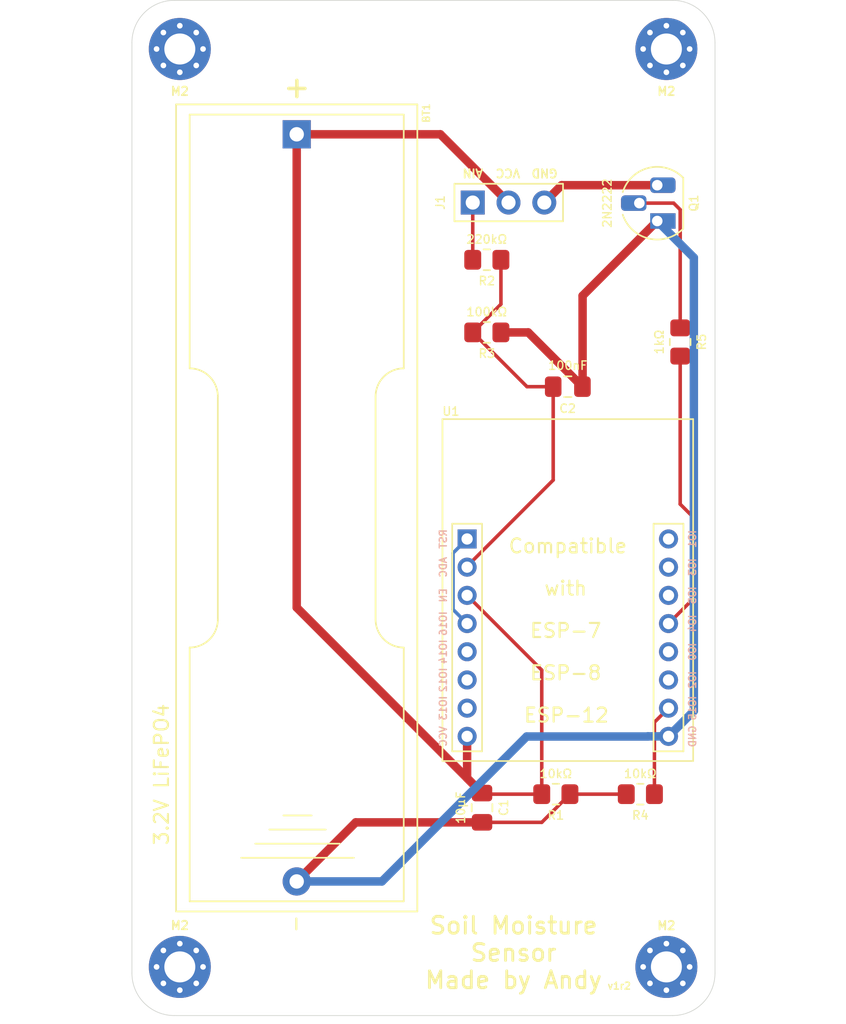
<source format=kicad_pcb>
(kicad_pcb (version 20171130) (host pcbnew "(5.1.9)-1")

  (general
    (thickness 1.6)
    (drawings 14)
    (tracks 54)
    (zones 0)
    (modules 15)
    (nets 10)
  )

  (page A4)
  (layers
    (0 F.Cu signal)
    (31 B.Cu signal)
    (32 B.Adhes user)
    (33 F.Adhes user)
    (34 B.Paste user)
    (35 F.Paste user)
    (36 B.SilkS user)
    (37 F.SilkS user)
    (38 B.Mask user)
    (39 F.Mask user)
    (40 Dwgs.User user)
    (41 Cmts.User user)
    (42 Eco1.User user)
    (43 Eco2.User user)
    (44 Edge.Cuts user)
    (45 Margin user)
    (46 B.CrtYd user)
    (47 F.CrtYd user)
    (48 B.Fab user)
    (49 F.Fab user)
  )

  (setup
    (last_trace_width 0.25)
    (user_trace_width 0.6)
    (trace_clearance 0.2)
    (zone_clearance 0.508)
    (zone_45_only no)
    (trace_min 0.2)
    (via_size 0.8)
    (via_drill 0.4)
    (via_min_size 0.4)
    (via_min_drill 0.3)
    (uvia_size 0.3)
    (uvia_drill 0.1)
    (uvias_allowed no)
    (uvia_min_size 0.2)
    (uvia_min_drill 0.1)
    (edge_width 0.05)
    (segment_width 0.2)
    (pcb_text_width 0.3)
    (pcb_text_size 1.5 1.5)
    (mod_edge_width 0.12)
    (mod_text_size 1 1)
    (mod_text_width 0.15)
    (pad_size 1.2 1.4)
    (pad_drill 0)
    (pad_to_mask_clearance 0)
    (aux_axis_origin 0 0)
    (visible_elements 7FFFFFFF)
    (pcbplotparams
      (layerselection 0x010fc_ffffffff)
      (usegerberextensions true)
      (usegerberattributes false)
      (usegerberadvancedattributes false)
      (creategerberjobfile false)
      (excludeedgelayer true)
      (linewidth 0.100000)
      (plotframeref false)
      (viasonmask false)
      (mode 1)
      (useauxorigin false)
      (hpglpennumber 1)
      (hpglpenspeed 20)
      (hpglpendiameter 15.000000)
      (psnegative false)
      (psa4output false)
      (plotreference true)
      (plotvalue true)
      (plotinvisibletext false)
      (padsonsilk true)
      (subtractmaskfromsilk false)
      (outputformat 1)
      (mirror false)
      (drillshape 0)
      (scaleselection 1)
      (outputdirectory "GerberFiles/"))
  )

  (net 0 "")
  (net 1 "Net-(U1-Pad1)")
  (net 2 /+3.2V)
  (net 3 /GND)
  (net 4 /SNSR-TRIG)
  (net 5 /SIG-1V)
  (net 6 /SIG-3V3)
  (net 7 /ESP-BOOT)
  (net 8 "Net-(R5-Pad1)")
  (net 9 "Net-(Q1-Pad2)")

  (net_class Default "This is the default net class."
    (clearance 0.2)
    (trace_width 0.25)
    (via_dia 0.8)
    (via_drill 0.4)
    (uvia_dia 0.3)
    (uvia_drill 0.1)
    (add_net /+3.2V)
    (add_net /ESP-BOOT)
    (add_net /GND)
    (add_net /SIG-1V)
    (add_net /SIG-3V3)
    (add_net /SNSR-TRIG)
    (add_net "Net-(Q1-Pad2)")
    (add_net "Net-(R5-Pad1)")
    (add_net "Net-(U1-Pad1)")
  )

  (module Capacitor_SMD:C_0805_2012Metric_Pad1.18x1.45mm_HandSolder (layer F.Cu) (tedit 5F68FEEF) (tstamp 60A16843)
    (at 158.46 137.26 270)
    (descr "Capacitor SMD 0805 (2012 Metric), square (rectangular) end terminal, IPC_7351 nominal with elongated pad for handsoldering. (Body size source: IPC-SM-782 page 76, https://www.pcb-3d.com/wordpress/wp-content/uploads/ipc-sm-782a_amendment_1_and_2.pdf, https://docs.google.com/spreadsheets/d/1BsfQQcO9C6DZCsRaXUlFlo91Tg2WpOkGARC1WS5S8t0/edit?usp=sharing), generated with kicad-footprint-generator")
    (tags "capacitor handsolder")
    (path /609866EB)
    (attr smd)
    (fp_text reference C1 (at 0 -1.54 90) (layer F.SilkS)
      (effects (font (size 0.6 0.6) (thickness 0.1)))
    )
    (fp_text value 10µF (at 0 1.51 90) (layer F.SilkS)
      (effects (font (size 0.6 0.6) (thickness 0.1)))
    )
    (fp_line (start -1 0.625) (end -1 -0.625) (layer F.Fab) (width 0.1))
    (fp_line (start -1 -0.625) (end 1 -0.625) (layer F.Fab) (width 0.1))
    (fp_line (start 1 -0.625) (end 1 0.625) (layer F.Fab) (width 0.1))
    (fp_line (start 1 0.625) (end -1 0.625) (layer F.Fab) (width 0.1))
    (fp_line (start -0.261252 -0.735) (end 0.261252 -0.735) (layer F.SilkS) (width 0.12))
    (fp_line (start -0.261252 0.735) (end 0.261252 0.735) (layer F.SilkS) (width 0.12))
    (fp_line (start -1.88 0.98) (end -1.88 -0.98) (layer F.CrtYd) (width 0.05))
    (fp_line (start -1.88 -0.98) (end 1.88 -0.98) (layer F.CrtYd) (width 0.05))
    (fp_line (start 1.88 -0.98) (end 1.88 0.98) (layer F.CrtYd) (width 0.05))
    (fp_line (start 1.88 0.98) (end -1.88 0.98) (layer F.CrtYd) (width 0.05))
    (fp_text user %R (at 0 0 90) (layer F.Fab)
      (effects (font (size 0.5 0.5) (thickness 0.08)))
    )
    (pad 1 smd roundrect (at -1.0375 0 270) (size 1.175 1.45) (layers F.Cu F.Paste F.Mask) (roundrect_rratio 0.2127659574468085)
      (net 2 /+3.2V))
    (pad 2 smd roundrect (at 1.0375 0 270) (size 1.175 1.45) (layers F.Cu F.Paste F.Mask) (roundrect_rratio 0.2127659574468085)
      (net 3 /GND))
    (model ${KISYS3DMOD}/Capacitor_SMD.3dshapes/C_0805_2012Metric.wrl
      (at (xyz 0 0 0))
      (scale (xyz 1 1 1))
      (rotate (xyz 0 0 0))
    )
  )

  (module Capacitor_SMD:C_0805_2012Metric_Pad1.18x1.45mm_HandSolder (layer F.Cu) (tedit 5F68FEEF) (tstamp 60A0F9D1)
    (at 164.55 107.4)
    (descr "Capacitor SMD 0805 (2012 Metric), square (rectangular) end terminal, IPC_7351 nominal with elongated pad for handsoldering. (Body size source: IPC-SM-782 page 76, https://www.pcb-3d.com/wordpress/wp-content/uploads/ipc-sm-782a_amendment_1_and_2.pdf, https://docs.google.com/spreadsheets/d/1BsfQQcO9C6DZCsRaXUlFlo91Tg2WpOkGARC1WS5S8t0/edit?usp=sharing), generated with kicad-footprint-generator")
    (tags "capacitor handsolder")
    (path /60986418)
    (attr smd)
    (fp_text reference C2 (at -0.0125 1.55) (layer F.SilkS)
      (effects (font (size 0.6 0.6) (thickness 0.1)))
    )
    (fp_text value 100nF (at 0 -1.5) (layer F.SilkS)
      (effects (font (size 0.6 0.6) (thickness 0.1)))
    )
    (fp_line (start 1.88 0.98) (end -1.88 0.98) (layer F.CrtYd) (width 0.05))
    (fp_line (start 1.88 -0.98) (end 1.88 0.98) (layer F.CrtYd) (width 0.05))
    (fp_line (start -1.88 -0.98) (end 1.88 -0.98) (layer F.CrtYd) (width 0.05))
    (fp_line (start -1.88 0.98) (end -1.88 -0.98) (layer F.CrtYd) (width 0.05))
    (fp_line (start -0.261252 0.735) (end 0.261252 0.735) (layer F.SilkS) (width 0.12))
    (fp_line (start -0.261252 -0.735) (end 0.261252 -0.735) (layer F.SilkS) (width 0.12))
    (fp_line (start 1 0.625) (end -1 0.625) (layer F.Fab) (width 0.1))
    (fp_line (start 1 -0.625) (end 1 0.625) (layer F.Fab) (width 0.1))
    (fp_line (start -1 -0.625) (end 1 -0.625) (layer F.Fab) (width 0.1))
    (fp_line (start -1 0.625) (end -1 -0.625) (layer F.Fab) (width 0.1))
    (fp_text user %R (at 0 0) (layer F.Fab)
      (effects (font (size 0.5 0.5) (thickness 0.08)))
    )
    (pad 2 smd roundrect (at 1.0375 0) (size 1.175 1.45) (layers F.Cu F.Paste F.Mask) (roundrect_rratio 0.2127659574468085)
      (net 3 /GND))
    (pad 1 smd roundrect (at -1.0375 0) (size 1.175 1.45) (layers F.Cu F.Paste F.Mask) (roundrect_rratio 0.2127659574468085)
      (net 5 /SIG-1V))
    (model ${KISYS3DMOD}/Capacitor_SMD.3dshapes/C_0805_2012Metric.wrl
      (at (xyz 0 0 0))
      (scale (xyz 1 1 1))
      (rotate (xyz 0 0 0))
    )
  )

  (module Package_TO_SOT_THT:TO-92_HandSolder (layer F.Cu) (tedit 5A282C46) (tstamp 60A0F8FD)
    (at 170.9 95.65 90)
    (descr "TO-92 leads molded, narrow, drill 0.75mm, handsoldering variant with enlarged pads (see NXP sot054_po.pdf)")
    (tags "to-92 sc-43 sc-43a sot54 PA33 transistor")
    (path /6098828C)
    (fp_text reference Q1 (at 1.27 2.6 90) (layer F.SilkS)
      (effects (font (size 0.6 0.6) (thickness 0.1)))
    )
    (fp_text value 2N2222 (at 1.27 -3.55 90) (layer F.SilkS)
      (effects (font (size 0.6 0.6) (thickness 0.1)))
    )
    (fp_line (start 4 2.01) (end -1.46 2.01) (layer F.CrtYd) (width 0.05))
    (fp_line (start 4 2.01) (end 4 -3.05) (layer F.CrtYd) (width 0.05))
    (fp_line (start -1.46 -3.05) (end -1.46 2.01) (layer F.CrtYd) (width 0.05))
    (fp_line (start -1.46 -3.05) (end 4 -3.05) (layer F.CrtYd) (width 0.05))
    (fp_line (start -0.5 1.75) (end 3 1.75) (layer F.Fab) (width 0.1))
    (fp_line (start -0.53 1.85) (end 3.07 1.85) (layer F.SilkS) (width 0.12))
    (fp_arc (start 1.27 0) (end 2.05 -2.45) (angle 117.6433766) (layer F.SilkS) (width 0.12))
    (fp_arc (start 1.27 0) (end 1.27 -2.48) (angle -135) (layer F.Fab) (width 0.1))
    (fp_arc (start 1.27 0) (end 0.45 -2.45) (angle -116.9632683) (layer F.SilkS) (width 0.12))
    (fp_arc (start 1.27 0) (end 1.27 -2.48) (angle 135) (layer F.Fab) (width 0.1))
    (fp_text user %R (at 1.27 0 90) (layer F.Fab)
      (effects (font (size 1 1) (thickness 0.15)))
    )
    (pad 1 thru_hole rect (at 0 0 90) (size 1.1 1.8) (drill 0.75 (offset 0 0.4)) (layers *.Cu *.Mask)
      (net 3 /GND))
    (pad 3 thru_hole roundrect (at 2.54 0 90) (size 1.1 1.8) (drill 0.75 (offset 0 0.4)) (layers *.Cu *.Mask) (roundrect_rratio 0.25)
      (net 4 /SNSR-TRIG))
    (pad 2 thru_hole roundrect (at 1.27 -1.27 90) (size 1.1 1.8) (drill 0.75 (offset 0 -0.4)) (layers *.Cu *.Mask) (roundrect_rratio 0.25)
      (net 9 "Net-(Q1-Pad2)"))
    (model ${KISYS3DMOD}/Package_TO_SOT_THT.3dshapes/TO-92.wrl
      (at (xyz 0 0 0))
      (scale (xyz 1 1 1))
      (rotate (xyz 0 0 0))
    )
  )

  (module Resistor_SMD:R_0805_2012Metric_Pad1.20x1.40mm_HandSolder (layer F.Cu) (tedit 5F68FEEE) (tstamp 60A16873)
    (at 163.7 136.3)
    (descr "Resistor SMD 0805 (2012 Metric), square (rectangular) end terminal, IPC_7351 nominal with elongated pad for handsoldering. (Body size source: IPC-SM-782 page 72, https://www.pcb-3d.com/wordpress/wp-content/uploads/ipc-sm-782a_amendment_1_and_2.pdf), generated with kicad-footprint-generator")
    (tags "resistor handsolder")
    (path /6098A056)
    (attr smd)
    (fp_text reference R1 (at 0 1.5) (layer F.SilkS)
      (effects (font (size 0.6 0.6) (thickness 0.1)))
    )
    (fp_text value 10kΩ (at 0 -1.45) (layer F.SilkS)
      (effects (font (size 0.6 0.6) (thickness 0.1)))
    )
    (fp_line (start -1 0.625) (end -1 -0.625) (layer F.Fab) (width 0.1))
    (fp_line (start -1 -0.625) (end 1 -0.625) (layer F.Fab) (width 0.1))
    (fp_line (start 1 -0.625) (end 1 0.625) (layer F.Fab) (width 0.1))
    (fp_line (start 1 0.625) (end -1 0.625) (layer F.Fab) (width 0.1))
    (fp_line (start -0.227064 -0.735) (end 0.227064 -0.735) (layer F.SilkS) (width 0.12))
    (fp_line (start -0.227064 0.735) (end 0.227064 0.735) (layer F.SilkS) (width 0.12))
    (fp_line (start -1.85 0.95) (end -1.85 -0.95) (layer F.CrtYd) (width 0.05))
    (fp_line (start -1.85 -0.95) (end 1.85 -0.95) (layer F.CrtYd) (width 0.05))
    (fp_line (start 1.85 -0.95) (end 1.85 0.95) (layer F.CrtYd) (width 0.05))
    (fp_line (start 1.85 0.95) (end -1.85 0.95) (layer F.CrtYd) (width 0.05))
    (fp_text user %R (at 0 0) (layer F.Fab)
      (effects (font (size 0.5 0.5) (thickness 0.08)))
    )
    (pad 1 smd roundrect (at -1 0) (size 1.2 1.4) (layers F.Cu F.Paste F.Mask) (roundrect_rratio 0.2083325)
      (net 2 /+3.2V))
    (pad 2 smd roundrect (at 1 0) (size 1.2 1.4) (layers F.Cu F.Paste F.Mask) (roundrect_rratio 0.2083325)
      (net 3 /GND))
    (model ${KISYS3DMOD}/Resistor_SMD.3dshapes/R_0805_2012Metric.wrl
      (at (xyz 0 0 0))
      (scale (xyz 1 1 1))
      (rotate (xyz 0 0 0))
    )
  )

  (module Resistor_SMD:R_0805_2012Metric_Pad1.20x1.40mm_HandSolder (layer F.Cu) (tedit 5F68FEEE) (tstamp 60A0F971)
    (at 158.8 98.4)
    (descr "Resistor SMD 0805 (2012 Metric), square (rectangular) end terminal, IPC_7351 nominal with elongated pad for handsoldering. (Body size source: IPC-SM-782 page 72, https://www.pcb-3d.com/wordpress/wp-content/uploads/ipc-sm-782a_amendment_1_and_2.pdf), generated with kicad-footprint-generator")
    (tags "resistor handsolder")
    (path /609848F0)
    (attr smd)
    (fp_text reference R2 (at 0 1.5) (layer F.SilkS)
      (effects (font (size 0.6 0.6) (thickness 0.1)))
    )
    (fp_text value 220kΩ (at 0 -1.45) (layer F.SilkS)
      (effects (font (size 0.6 0.6) (thickness 0.1)))
    )
    (fp_line (start 1.85 0.95) (end -1.85 0.95) (layer F.CrtYd) (width 0.05))
    (fp_line (start 1.85 -0.95) (end 1.85 0.95) (layer F.CrtYd) (width 0.05))
    (fp_line (start -1.85 -0.95) (end 1.85 -0.95) (layer F.CrtYd) (width 0.05))
    (fp_line (start -1.85 0.95) (end -1.85 -0.95) (layer F.CrtYd) (width 0.05))
    (fp_line (start -0.227064 0.735) (end 0.227064 0.735) (layer F.SilkS) (width 0.12))
    (fp_line (start -0.227064 -0.735) (end 0.227064 -0.735) (layer F.SilkS) (width 0.12))
    (fp_line (start 1 0.625) (end -1 0.625) (layer F.Fab) (width 0.1))
    (fp_line (start 1 -0.625) (end 1 0.625) (layer F.Fab) (width 0.1))
    (fp_line (start -1 -0.625) (end 1 -0.625) (layer F.Fab) (width 0.1))
    (fp_line (start -1 0.625) (end -1 -0.625) (layer F.Fab) (width 0.1))
    (fp_text user %R (at 0 0) (layer F.Fab)
      (effects (font (size 0.5 0.5) (thickness 0.08)))
    )
    (pad 2 smd roundrect (at 1 0) (size 1.2 1.4) (layers F.Cu F.Paste F.Mask) (roundrect_rratio 0.2083325)
      (net 5 /SIG-1V))
    (pad 1 smd roundrect (at -1 0) (size 1.2 1.4) (layers F.Cu F.Paste F.Mask) (roundrect_rratio 0.2083325)
      (net 6 /SIG-3V3))
    (model ${KISYS3DMOD}/Resistor_SMD.3dshapes/R_0805_2012Metric.wrl
      (at (xyz 0 0 0))
      (scale (xyz 1 1 1))
      (rotate (xyz 0 0 0))
    )
  )

  (module Resistor_SMD:R_0805_2012Metric_Pad1.20x1.40mm_HandSolder (layer F.Cu) (tedit 5F68FEEE) (tstamp 60BD2965)
    (at 158.8 103.55)
    (descr "Resistor SMD 0805 (2012 Metric), square (rectangular) end terminal, IPC_7351 nominal with elongated pad for handsoldering. (Body size source: IPC-SM-782 page 72, https://www.pcb-3d.com/wordpress/wp-content/uploads/ipc-sm-782a_amendment_1_and_2.pdf), generated with kicad-footprint-generator")
    (tags "resistor handsolder")
    (path /60984CF9)
    (attr smd)
    (fp_text reference R3 (at 0 1.5) (layer F.SilkS)
      (effects (font (size 0.6 0.6) (thickness 0.1)))
    )
    (fp_text value 100kΩ (at 0 -1.45) (layer F.SilkS)
      (effects (font (size 0.6 0.6) (thickness 0.1)))
    )
    (fp_line (start 1.85 0.95) (end -1.85 0.95) (layer F.CrtYd) (width 0.05))
    (fp_line (start 1.85 -0.95) (end 1.85 0.95) (layer F.CrtYd) (width 0.05))
    (fp_line (start -1.85 -0.95) (end 1.85 -0.95) (layer F.CrtYd) (width 0.05))
    (fp_line (start -1.85 0.95) (end -1.85 -0.95) (layer F.CrtYd) (width 0.05))
    (fp_line (start -0.227064 0.735) (end 0.227064 0.735) (layer F.SilkS) (width 0.12))
    (fp_line (start -0.227064 -0.735) (end 0.227064 -0.735) (layer F.SilkS) (width 0.12))
    (fp_line (start 1 0.625) (end -1 0.625) (layer F.Fab) (width 0.1))
    (fp_line (start 1 -0.625) (end 1 0.625) (layer F.Fab) (width 0.1))
    (fp_line (start -1 -0.625) (end 1 -0.625) (layer F.Fab) (width 0.1))
    (fp_line (start -1 0.625) (end -1 -0.625) (layer F.Fab) (width 0.1))
    (fp_text user %R (at 0 0) (layer F.Fab)
      (effects (font (size 0.5 0.5) (thickness 0.08)))
    )
    (pad 2 smd roundrect (at 1 0) (size 1.2 1.4) (layers F.Cu F.Paste F.Mask) (roundrect_rratio 0.2083325)
      (net 3 /GND))
    (pad 1 smd roundrect (at -1 0) (size 1.2 1.4) (layers F.Cu F.Paste F.Mask) (roundrect_rratio 0.2083325)
      (net 5 /SIG-1V))
    (model ${KISYS3DMOD}/Resistor_SMD.3dshapes/R_0805_2012Metric.wrl
      (at (xyz 0 0 0))
      (scale (xyz 1 1 1))
      (rotate (xyz 0 0 0))
    )
  )

  (module Resistor_SMD:R_0805_2012Metric_Pad1.20x1.40mm_HandSolder (layer F.Cu) (tedit 5F68FEEE) (tstamp 60A16813)
    (at 169.7 136.3 180)
    (descr "Resistor SMD 0805 (2012 Metric), square (rectangular) end terminal, IPC_7351 nominal with elongated pad for handsoldering. (Body size source: IPC-SM-782 page 72, https://www.pcb-3d.com/wordpress/wp-content/uploads/ipc-sm-782a_amendment_1_and_2.pdf), generated with kicad-footprint-generator")
    (tags "resistor handsolder")
    (path /6098A5D2)
    (attr smd)
    (fp_text reference R4 (at 0 -1.5) (layer F.SilkS)
      (effects (font (size 0.6 0.6) (thickness 0.1)))
    )
    (fp_text value 10kΩ (at 0 1.45) (layer F.SilkS)
      (effects (font (size 0.6 0.6) (thickness 0.1)))
    )
    (fp_line (start -1 0.625) (end -1 -0.625) (layer F.Fab) (width 0.1))
    (fp_line (start -1 -0.625) (end 1 -0.625) (layer F.Fab) (width 0.1))
    (fp_line (start 1 -0.625) (end 1 0.625) (layer F.Fab) (width 0.1))
    (fp_line (start 1 0.625) (end -1 0.625) (layer F.Fab) (width 0.1))
    (fp_line (start -0.227064 -0.735) (end 0.227064 -0.735) (layer F.SilkS) (width 0.12))
    (fp_line (start -0.227064 0.735) (end 0.227064 0.735) (layer F.SilkS) (width 0.12))
    (fp_line (start -1.85 0.95) (end -1.85 -0.95) (layer F.CrtYd) (width 0.05))
    (fp_line (start -1.85 -0.95) (end 1.85 -0.95) (layer F.CrtYd) (width 0.05))
    (fp_line (start 1.85 -0.95) (end 1.85 0.95) (layer F.CrtYd) (width 0.05))
    (fp_line (start 1.85 0.95) (end -1.85 0.95) (layer F.CrtYd) (width 0.05))
    (fp_text user %R (at 0 0) (layer F.Fab)
      (effects (font (size 0.5 0.5) (thickness 0.08)))
    )
    (pad 1 smd roundrect (at -1 0 180) (size 1.2 1.4) (layers F.Cu F.Paste F.Mask) (roundrect_rratio 0.2083325)
      (net 7 /ESP-BOOT))
    (pad 2 smd roundrect (at 1 0 180) (size 1.2 1.4) (layers F.Cu F.Paste F.Mask) (roundrect_rratio 0.2083325)
      (net 3 /GND))
    (model ${KISYS3DMOD}/Resistor_SMD.3dshapes/R_0805_2012Metric.wrl
      (at (xyz 0 0 0))
      (scale (xyz 1 1 1))
      (rotate (xyz 0 0 0))
    )
  )

  (module Resistor_SMD:R_0805_2012Metric_Pad1.20x1.40mm_HandSolder (layer F.Cu) (tedit 5F68FEEE) (tstamp 60A15AE9)
    (at 172.53 104.23 90)
    (descr "Resistor SMD 0805 (2012 Metric), square (rectangular) end terminal, IPC_7351 nominal with elongated pad for handsoldering. (Body size source: IPC-SM-782 page 72, https://www.pcb-3d.com/wordpress/wp-content/uploads/ipc-sm-782a_amendment_1_and_2.pdf), generated with kicad-footprint-generator")
    (tags "resistor handsolder")
    (path /609843F5)
    (attr smd)
    (fp_text reference R5 (at 0 1.52 90) (layer F.SilkS)
      (effects (font (size 0.6 0.6) (thickness 0.1)))
    )
    (fp_text value 1kΩ (at 0 -1.48 90) (layer F.SilkS)
      (effects (font (size 0.6 0.6) (thickness 0.1)))
    )
    (fp_line (start 1.85 0.95) (end -1.85 0.95) (layer F.CrtYd) (width 0.05))
    (fp_line (start 1.85 -0.95) (end 1.85 0.95) (layer F.CrtYd) (width 0.05))
    (fp_line (start -1.85 -0.95) (end 1.85 -0.95) (layer F.CrtYd) (width 0.05))
    (fp_line (start -1.85 0.95) (end -1.85 -0.95) (layer F.CrtYd) (width 0.05))
    (fp_line (start -0.227064 0.735) (end 0.227064 0.735) (layer F.SilkS) (width 0.12))
    (fp_line (start -0.227064 -0.735) (end 0.227064 -0.735) (layer F.SilkS) (width 0.12))
    (fp_line (start 1 0.625) (end -1 0.625) (layer F.Fab) (width 0.1))
    (fp_line (start 1 -0.625) (end 1 0.625) (layer F.Fab) (width 0.1))
    (fp_line (start -1 -0.625) (end 1 -0.625) (layer F.Fab) (width 0.1))
    (fp_line (start -1 0.625) (end -1 -0.625) (layer F.Fab) (width 0.1))
    (fp_text user %R (at 0 0 90) (layer F.Fab)
      (effects (font (size 0.5 0.5) (thickness 0.08)))
    )
    (pad 2 smd roundrect (at 1 0 90) (size 1.2 1.4) (layers F.Cu F.Paste F.Mask) (roundrect_rratio 0.2083325)
      (net 9 "Net-(Q1-Pad2)"))
    (pad 1 smd roundrect (at -1 0 90) (size 1.2 1.4) (layers F.Cu F.Paste F.Mask) (roundrect_rratio 0.2083325)
      (net 8 "Net-(R5-Pad1)"))
    (model ${KISYS3DMOD}/Resistor_SMD.3dshapes/R_0805_2012Metric.wrl
      (at (xyz 0 0 0))
      (scale (xyz 1 1 1))
      (rotate (xyz 0 0 0))
    )
  )

  (module Andys-Footprints:PinHeader_1x03_P2.54mm_Vertical-Fixed-SilkScreen (layer F.Cu) (tedit 60A102A5) (tstamp 60BD2F2B)
    (at 157.8 94.34 90)
    (descr "Through hole straight pin header, 1x03, 2.54mm pitch, single row")
    (tags "Through hole pin header THT 1x03 2.54mm single row")
    (path /6098927A)
    (fp_text reference J1 (at 0 -2.3 90) (layer F.SilkS)
      (effects (font (size 0.6 0.6) (thickness 0.1)))
    )
    (fp_text value Conn_01x03_Male (at 0 7.41 90) (layer F.Fab)
      (effects (font (size 1 1) (thickness 0.15)))
    )
    (fp_line (start -0.635 -1.27) (end 1.27 -1.27) (layer F.Fab) (width 0.1))
    (fp_line (start 1.27 -1.27) (end 1.27 6.35) (layer F.Fab) (width 0.1))
    (fp_line (start 1.27 6.35) (end -1.27 6.35) (layer F.Fab) (width 0.1))
    (fp_line (start -1.27 6.35) (end -1.27 -0.635) (layer F.Fab) (width 0.1))
    (fp_line (start -1.27 -0.635) (end -0.635 -1.27) (layer F.Fab) (width 0.1))
    (fp_line (start -1.33 6.41) (end 1.33 6.41) (layer F.SilkS) (width 0.12))
    (fp_line (start -1.33 -1.3) (end -1.33 6.41) (layer F.SilkS) (width 0.12))
    (fp_line (start 1.33 -1.3) (end 1.33 6.41) (layer F.SilkS) (width 0.12))
    (fp_line (start -1.33 -1.3) (end 1.33 -1.3) (layer F.SilkS) (width 0.12))
    (fp_line (start -1.8 -1.8) (end -1.8 6.85) (layer F.CrtYd) (width 0.05))
    (fp_line (start -1.8 6.85) (end 1.8 6.85) (layer F.CrtYd) (width 0.05))
    (fp_line (start 1.8 6.85) (end 1.8 -1.8) (layer F.CrtYd) (width 0.05))
    (fp_line (start 1.8 -1.8) (end -1.8 -1.8) (layer F.CrtYd) (width 0.05))
    (fp_text user %R (at 0 2.54) (layer F.Fab)
      (effects (font (size 1 1) (thickness 0.15)))
    )
    (pad 3 thru_hole oval (at 0 5.08 90) (size 1.7 1.7) (drill 1) (layers *.Cu *.Mask)
      (net 4 /SNSR-TRIG))
    (pad 2 thru_hole oval (at 0 2.54 90) (size 1.7 1.7) (drill 1) (layers *.Cu *.Mask)
      (net 2 /+3.2V))
    (pad 1 thru_hole rect (at 0 0 90) (size 1.7 1.7) (drill 1) (layers *.Cu *.Mask)
      (net 6 /SIG-3V3))
    (model ${KISYS3DMOD}/Connector_PinHeader_2.54mm.3dshapes/PinHeader_1x03_P2.54mm_Vertical.wrl
      (at (xyz 0 0 0))
      (scale (xyz 1 1 1))
      (rotate (xyz 0 0 0))
    )
  )

  (module MountingHole:MountingHole_2.2mm_M2_Pad_Via (layer F.Cu) (tedit 56DDB9C7) (tstamp 60A17B7A)
    (at 171.55 83.45)
    (descr "Mounting Hole 2.2mm, M2")
    (tags "mounting hole 2.2mm m2")
    (attr virtual)
    (fp_text reference M2 (at 0 3) (layer F.SilkS)
      (effects (font (size 0.6 0.6) (thickness 0.125)))
    )
    (fp_text value MountingHole_2.2mm_M2_Pad_Via (at 0 3.2) (layer F.Fab)
      (effects (font (size 1 1) (thickness 0.15)))
    )
    (fp_circle (center 0 0) (end 2.45 0) (layer F.CrtYd) (width 0.05))
    (fp_circle (center 0 0) (end 2.2 0) (layer Cmts.User) (width 0.15))
    (fp_text user %R (at 0.3 0) (layer F.Fab)
      (effects (font (size 1 1) (thickness 0.15)))
    )
    (pad 1 thru_hole circle (at 1.166726 -1.166726) (size 0.7 0.7) (drill 0.4) (layers *.Cu *.Mask))
    (pad 1 thru_hole circle (at 0 -1.65) (size 0.7 0.7) (drill 0.4) (layers *.Cu *.Mask))
    (pad 1 thru_hole circle (at -1.166726 -1.166726) (size 0.7 0.7) (drill 0.4) (layers *.Cu *.Mask))
    (pad 1 thru_hole circle (at -1.65 0) (size 0.7 0.7) (drill 0.4) (layers *.Cu *.Mask))
    (pad 1 thru_hole circle (at -1.166726 1.166726) (size 0.7 0.7) (drill 0.4) (layers *.Cu *.Mask))
    (pad 1 thru_hole circle (at 0 1.65) (size 0.7 0.7) (drill 0.4) (layers *.Cu *.Mask))
    (pad 1 thru_hole circle (at 1.166726 1.166726) (size 0.7 0.7) (drill 0.4) (layers *.Cu *.Mask))
    (pad 1 thru_hole circle (at 1.65 0) (size 0.7 0.7) (drill 0.4) (layers *.Cu *.Mask))
    (pad 1 thru_hole circle (at 0 0) (size 4.4 4.4) (drill 2.2) (layers *.Cu *.Mask))
  )

  (module MountingHole:MountingHole_2.2mm_M2_Pad_Via (layer F.Cu) (tedit 56DDB9C7) (tstamp 60A177C6)
    (at 171.55 148.55)
    (descr "Mounting Hole 2.2mm, M2")
    (tags "mounting hole 2.2mm m2")
    (attr virtual)
    (fp_text reference M2 (at 0 -2.93) (layer F.SilkS)
      (effects (font (size 0.6 0.6) (thickness 0.125)))
    )
    (fp_text value MountingHole_2.2mm_M2_Pad_Via (at 0 3.2) (layer F.Fab)
      (effects (font (size 1 1) (thickness 0.15)))
    )
    (fp_circle (center 0 0) (end 2.45 0) (layer F.CrtYd) (width 0.05))
    (fp_circle (center 0 0) (end 2.2 0) (layer Cmts.User) (width 0.15))
    (fp_text user %R (at 0.3 0) (layer F.Fab)
      (effects (font (size 1 1) (thickness 0.15)))
    )
    (pad 1 thru_hole circle (at 1.166726 -1.166726) (size 0.7 0.7) (drill 0.4) (layers *.Cu *.Mask))
    (pad 1 thru_hole circle (at 0 -1.65) (size 0.7 0.7) (drill 0.4) (layers *.Cu *.Mask))
    (pad 1 thru_hole circle (at -1.166726 -1.166726) (size 0.7 0.7) (drill 0.4) (layers *.Cu *.Mask))
    (pad 1 thru_hole circle (at -1.65 0) (size 0.7 0.7) (drill 0.4) (layers *.Cu *.Mask))
    (pad 1 thru_hole circle (at -1.166726 1.166726) (size 0.7 0.7) (drill 0.4) (layers *.Cu *.Mask))
    (pad 1 thru_hole circle (at 0 1.65) (size 0.7 0.7) (drill 0.4) (layers *.Cu *.Mask))
    (pad 1 thru_hole circle (at 1.166726 1.166726) (size 0.7 0.7) (drill 0.4) (layers *.Cu *.Mask))
    (pad 1 thru_hole circle (at 1.65 0) (size 0.7 0.7) (drill 0.4) (layers *.Cu *.Mask))
    (pad 1 thru_hole circle (at 0 0) (size 4.4 4.4) (drill 2.2) (layers *.Cu *.Mask))
  )

  (module MountingHole:MountingHole_2.2mm_M2_Pad_Via (layer F.Cu) (tedit 56DDB9C7) (tstamp 60A19C90)
    (at 137 83.45)
    (descr "Mounting Hole 2.2mm, M2")
    (tags "mounting hole 2.2mm m2")
    (attr virtual)
    (fp_text reference M2 (at 0 3) (layer F.SilkS)
      (effects (font (size 0.6 0.6) (thickness 0.125)))
    )
    (fp_text value MountingHole_2.2mm_M2_Pad_Via (at 0 3.2) (layer F.Fab)
      (effects (font (size 1 1) (thickness 0.15)))
    )
    (fp_circle (center 0 0) (end 2.45 0) (layer F.CrtYd) (width 0.05))
    (fp_circle (center 0 0) (end 2.2 0) (layer Cmts.User) (width 0.15))
    (fp_text user %R (at 0.3 0) (layer F.Fab)
      (effects (font (size 1 1) (thickness 0.15)))
    )
    (pad 1 thru_hole circle (at 0 0) (size 4.4 4.4) (drill 2.2) (layers *.Cu *.Mask))
    (pad 1 thru_hole circle (at 1.65 0) (size 0.7 0.7) (drill 0.4) (layers *.Cu *.Mask))
    (pad 1 thru_hole circle (at 1.166726 1.166726) (size 0.7 0.7) (drill 0.4) (layers *.Cu *.Mask))
    (pad 1 thru_hole circle (at 0 1.65) (size 0.7 0.7) (drill 0.4) (layers *.Cu *.Mask))
    (pad 1 thru_hole circle (at -1.166726 1.166726) (size 0.7 0.7) (drill 0.4) (layers *.Cu *.Mask))
    (pad 1 thru_hole circle (at -1.65 0) (size 0.7 0.7) (drill 0.4) (layers *.Cu *.Mask))
    (pad 1 thru_hole circle (at -1.166726 -1.166726) (size 0.7 0.7) (drill 0.4) (layers *.Cu *.Mask))
    (pad 1 thru_hole circle (at 0 -1.65) (size 0.7 0.7) (drill 0.4) (layers *.Cu *.Mask))
    (pad 1 thru_hole circle (at 1.166726 -1.166726) (size 0.7 0.7) (drill 0.4) (layers *.Cu *.Mask))
  )

  (module MountingHole:MountingHole_2.2mm_M2_Pad_Via (layer F.Cu) (tedit 56DDB9C7) (tstamp 60A19A40)
    (at 137 148.55)
    (descr "Mounting Hole 2.2mm, M2")
    (tags "mounting hole 2.2mm m2")
    (attr virtual)
    (fp_text reference M2 (at 0 -2.94) (layer F.SilkS)
      (effects (font (size 0.6 0.6) (thickness 0.125)))
    )
    (fp_text value MountingHole_2.2mm_M2_Pad_Via (at 0 3.2) (layer F.Fab)
      (effects (font (size 1 1) (thickness 0.15)))
    )
    (fp_circle (center 0 0) (end 2.45 0) (layer F.CrtYd) (width 0.05))
    (fp_circle (center 0 0) (end 2.2 0) (layer Cmts.User) (width 0.15))
    (fp_text user %R (at 0.3 0) (layer F.Fab)
      (effects (font (size 1 1) (thickness 0.15)))
    )
    (pad 1 thru_hole circle (at 1.166726 -1.166726) (size 0.7 0.7) (drill 0.4) (layers *.Cu *.Mask))
    (pad 1 thru_hole circle (at 0 -1.65) (size 0.7 0.7) (drill 0.4) (layers *.Cu *.Mask))
    (pad 1 thru_hole circle (at -1.166726 -1.166726) (size 0.7 0.7) (drill 0.4) (layers *.Cu *.Mask))
    (pad 1 thru_hole circle (at -1.65 0) (size 0.7 0.7) (drill 0.4) (layers *.Cu *.Mask))
    (pad 1 thru_hole circle (at -1.166726 1.166726) (size 0.7 0.7) (drill 0.4) (layers *.Cu *.Mask))
    (pad 1 thru_hole circle (at 0 1.65) (size 0.7 0.7) (drill 0.4) (layers *.Cu *.Mask))
    (pad 1 thru_hole circle (at 1.166726 1.166726) (size 0.7 0.7) (drill 0.4) (layers *.Cu *.Mask))
    (pad 1 thru_hole circle (at 1.65 0) (size 0.7 0.7) (drill 0.4) (layers *.Cu *.Mask))
    (pad 1 thru_hole circle (at 0 0) (size 4.4 4.4) (drill 2.2) (layers *.Cu *.Mask))
  )

  (module Andys-Footprints:BatteryHolder_Keystone_2460_1xAA-removed-holes (layer F.Cu) (tedit 60BCFA0B) (tstamp 60BD2A8D)
    (at 145.3 90 270)
    (descr https://www.keyelco.com/product-pdf.cfm?p=1025)
    (tags "AA battery cell holder")
    (path /60983485)
    (fp_text reference BT1 (at -2 -9.2 270) (layer F.SilkS)
      (effects (font (size 0.5 0.5) (thickness 0.1)))
    )
    (fp_text value 3.2V (at 24.5 0 270) (layer F.Fab)
      (effects (font (size 1 1) (thickness 0.15)))
    )
    (fp_line (start 54.5 8.445) (end 54.5 -8.445) (layer F.Fab) (width 0.1))
    (fp_line (start -2.5 8.445) (end 54.5 8.445) (layer F.Fab) (width 0.1))
    (fp_line (start -2.5 -8.445) (end -2.5 8.445) (layer F.Fab) (width 0.1))
    (fp_line (start 54.5 -8.445) (end -2.5 -8.445) (layer F.Fab) (width 0.1))
    (fp_line (start -2.75 8.7) (end -2.75 -8.7) (layer F.CrtYd) (width 0.05))
    (fp_line (start -2.75 -8.7) (end 54.75 -8.7) (layer F.CrtYd) (width 0.05))
    (fp_line (start 54.75 -8.7) (end 54.75 8.7) (layer F.CrtYd) (width 0.05))
    (fp_line (start 54.75 8.7) (end -2.75 8.7) (layer F.CrtYd) (width 0.05))
    (fp_line (start 48.81 -2.06) (end 48.81 1.94) (layer F.SilkS) (width 0.12))
    (fp_line (start 49.81 2.94) (end 49.81 -3.06) (layer F.SilkS) (width 0.12))
    (fp_line (start 50.81 -4.06) (end 50.81 3.94) (layer F.SilkS) (width 0.12))
    (fp_line (start 47.81 -1.06) (end 47.81 0.94) (layer F.SilkS) (width 0.12))
    (fp_line (start 54.62 -8.565) (end 54.62 8.565) (layer F.SilkS) (width 0.12))
    (fp_line (start 54.62 8.565) (end -2.62 8.565) (layer F.SilkS) (width 0.12))
    (fp_line (start -2.62 8.565) (end -2.62 -8.565) (layer F.SilkS) (width 0.12))
    (fp_line (start -2.62 -8.565) (end 54.62 -8.565) (layer F.SilkS) (width 0.12))
    (fp_line (start -1.9 -7.6) (end -1.9 7.6) (layer F.SilkS) (width 0.12))
    (fp_line (start -1.9 7.6) (end 16.1 7.6) (layer F.SilkS) (width 0.12))
    (fp_line (start 53.9 -7.6) (end 53.9 7.6) (layer F.SilkS) (width 0.12))
    (fp_line (start -1.9 -7.6) (end 16.1 -7.6) (layer F.SilkS) (width 0.12))
    (fp_line (start 35.9 -7.6) (end 53.9 -7.6) (layer F.SilkS) (width 0.12))
    (fp_line (start 35.9 7.6) (end 53.9 7.6) (layer F.SilkS) (width 0.12))
    (fp_line (start 18.1 -5.6) (end 33.9 -5.6) (layer F.SilkS) (width 0.12))
    (fp_line (start 33.9 5.6) (end 18.1 5.6) (layer F.SilkS) (width 0.12))
    (fp_text user + (at -3.75 0.1 90) (layer F.SilkS)
      (effects (font (size 1.5 1.5) (thickness 0.25)))
    )
    (fp_text user - (at 55.5 0.1 90) (layer F.SilkS)
      (effects (font (size 1 1) (thickness 0.15)))
    )
    (fp_text user %R (at 0.01 -0.06 90) (layer F.Fab)
      (effects (font (size 1 1) (thickness 0.15)))
    )
    (fp_arc (start 18.1 7.6) (end 18.1 5.6) (angle -90) (layer F.SilkS) (width 0.12))
    (fp_arc (start 33.9 7.6) (end 35.9 7.6) (angle -90) (layer F.SilkS) (width 0.12))
    (fp_arc (start 33.9 -7.6) (end 33.9 -5.6) (angle -90) (layer F.SilkS) (width 0.12))
    (fp_arc (start 18.1 -7.6) (end 16.1 -7.6) (angle -90) (layer F.SilkS) (width 0.12))
    (pad 1 thru_hole rect (at -0.5 0 90) (size 2 2) (drill 1.02) (layers *.Cu *.Mask)
      (net 2 /+3.2V))
    (pad 2 thru_hole circle (at 52.49 0 90) (size 2 2) (drill 1.02) (layers *.Cu *.Mask)
      (net 3 /GND))
    (model ${KISYS3DMOD}/Battery.3dshapes/BatteryHolder_Keystone_2460_1xAA.wrl
      (at (xyz 0 0 0))
      (scale (xyz 1 1 1))
      (rotate (xyz 0 0 0))
    )
  )

  (module Andys-Footprints:ESP-12-Socket (layer F.Cu) (tedit 60BCFBEA) (tstamp 60A15F69)
    (at 157.4 118.2)
    (descr "Through hole straight pin header, 2x08, 2.00mm pitch, aligned to hold a ESP-12E/F")
    (tags "Through hole pin header THT 2x08 2.00mm single row ESP ESP-12")
    (path /60983955)
    (fp_text reference U1 (at -1.15 -9.05) (layer F.SilkS)
      (effects (font (size 0.6 0.6) (thickness 0.1)))
    )
    (fp_text value ESP-12E (at 7 16.06) (layer F.Fab)
      (effects (font (size 1 1) (thickness 0.15)))
    )
    (fp_line (start 16.05 -8.5) (end -1.75 -8.5) (layer F.SilkS) (width 0.12))
    (fp_line (start 16.05 15.75) (end 16.05 -8.5) (layer F.SilkS) (width 0.12))
    (fp_line (start -1.75 15.75) (end -1.75 -8.5) (layer F.SilkS) (width 0.12))
    (fp_line (start 16.05 15.75) (end -1.75 15.75) (layer F.SilkS) (width 0.12))
    (fp_line (start -0.5 -1) (end 1 -1) (layer F.Fab) (width 0.1))
    (fp_line (start 1 -1) (end 1 15) (layer F.Fab) (width 0.1))
    (fp_line (start 1 15) (end -1 15) (layer F.Fab) (width 0.1))
    (fp_line (start -1 15) (end -1 -0.5) (layer F.Fab) (width 0.1))
    (fp_line (start -1 -0.5) (end -0.5 -1) (layer F.Fab) (width 0.1))
    (fp_line (start -1.06 15.06) (end 1.06 15.06) (layer F.SilkS) (width 0.12))
    (fp_line (start -1.06 -1.0795) (end -1.06 15.06) (layer F.SilkS) (width 0.12))
    (fp_line (start 1.06 -1.0795) (end 1.06 15.06) (layer F.SilkS) (width 0.12))
    (fp_line (start -1.06 -1.0795) (end 1.06 -1.0795) (layer F.SilkS) (width 0.12))
    (fp_line (start -1.5 -1.5) (end -1.5 15.5) (layer F.CrtYd) (width 0.05))
    (fp_line (start -1.5 15.5) (end 1.5 15.5) (layer F.CrtYd) (width 0.05))
    (fp_line (start 1.5 15.5) (end 1.5 -1.5) (layer F.CrtYd) (width 0.05))
    (fp_line (start 1.5 -1.5) (end -1.5 -1.5) (layer F.CrtYd) (width 0.05))
    (fp_line (start 15.8 15.5) (end 15.8 -1.5) (layer F.CrtYd) (width 0.05))
    (fp_line (start 15.36 -1.0795) (end 15.36 15.06) (layer F.SilkS) (width 0.12))
    (fp_line (start 12.8 -1.5) (end 12.8 15.5) (layer F.CrtYd) (width 0.05))
    (fp_line (start 13.24 -1.0795) (end 15.36 -1.0795) (layer F.SilkS) (width 0.12))
    (fp_line (start 12.8 15.5) (end 15.8 15.5) (layer F.CrtYd) (width 0.05))
    (fp_line (start 15.3 -1) (end 15.3 15) (layer F.Fab) (width 0.1))
    (fp_line (start 15.3 15) (end 13.3 15) (layer F.Fab) (width 0.1))
    (fp_line (start 13.3 15) (end 13.3 -0.5) (layer F.Fab) (width 0.1))
    (fp_line (start 13.24 15.06) (end 15.36 15.06) (layer F.SilkS) (width 0.12))
    (fp_line (start 13.24 -1.0795) (end 13.24 15.06) (layer F.SilkS) (width 0.12))
    (fp_line (start 13.3 -0.5) (end 13.8 -1) (layer F.Fab) (width 0.1))
    (fp_line (start 13.8 -1) (end 15.3 -1) (layer F.Fab) (width 0.1))
    (fp_line (start 15.8 -1.5) (end 12.8 -1.5) (layer F.CrtYd) (width 0.05))
    (fp_text user GND (at 16 14 90) (layer B.SilkS)
      (effects (font (size 0.5 0.5) (thickness 0.1)) (justify mirror))
    )
    (fp_text user IO15 (at 16 12 90) (layer B.SilkS)
      (effects (font (size 0.5 0.5) (thickness 0.1)) (justify mirror))
    )
    (fp_text user IO2 (at 16 10 90) (layer B.SilkS)
      (effects (font (size 0.5 0.5) (thickness 0.1)) (justify mirror))
    )
    (fp_text user IO0 (at 16 8 90) (layer B.SilkS)
      (effects (font (size 0.5 0.5) (thickness 0.1)) (justify mirror))
    )
    (fp_text user IO4 (at 16 6 90) (layer B.SilkS)
      (effects (font (size 0.5 0.5) (thickness 0.1)) (justify mirror))
    )
    (fp_text user IO5 (at 16 4 90) (layer B.SilkS)
      (effects (font (size 0.5 0.5) (thickness 0.1)) (justify mirror))
    )
    (fp_text user IO3 (at 16 2 90) (layer B.SilkS)
      (effects (font (size 0.5 0.5) (thickness 0.1)) (justify mirror))
    )
    (fp_text user IO1 (at 16 0 90) (layer B.SilkS)
      (effects (font (size 0.5 0.5) (thickness 0.1)) (justify mirror))
    )
    (fp_text user VCC (at -1.7 14 -90) (layer B.SilkS)
      (effects (font (size 0.5 0.5) (thickness 0.1)) (justify mirror))
    )
    (fp_text user IO13 (at -1.7 12 -90) (layer B.SilkS)
      (effects (font (size 0.5 0.5) (thickness 0.1)) (justify mirror))
    )
    (fp_text user IO12 (at -1.7 10 -90) (layer B.SilkS)
      (effects (font (size 0.5 0.5) (thickness 0.1)) (justify mirror))
    )
    (fp_text user IO14 (at -1.7 8 -90) (layer B.SilkS)
      (effects (font (size 0.5 0.5) (thickness 0.1)) (justify mirror))
    )
    (fp_text user IO16 (at -1.7 6 -90) (layer B.SilkS)
      (effects (font (size 0.5 0.5) (thickness 0.1)) (justify mirror))
    )
    (fp_text user EN (at -1.7 4 -90) (layer B.SilkS)
      (effects (font (size 0.5 0.5) (thickness 0.1)) (justify mirror))
    )
    (fp_text user ADC (at -1.7 2 -90) (layer B.SilkS)
      (effects (font (size 0.5 0.5) (thickness 0.1)) (justify mirror))
    )
    (fp_text user RST (at -1.7 0 -90) (layer B.SilkS)
      (effects (font (size 0.5 0.5) (thickness 0.1)) (justify mirror))
    )
    (fp_text user with (at 7 3.5) (layer F.SilkS)
      (effects (font (size 1 1) (thickness 0.15)))
    )
    (fp_text user ESP-12 (at 7.05 12.5) (layer F.SilkS)
      (effects (font (size 1 1) (thickness 0.15)))
    )
    (fp_text user ESP-8 (at 7 9.5) (layer F.SilkS)
      (effects (font (size 1 1) (thickness 0.15)))
    )
    (fp_text user ESP-7 (at 7 6.5) (layer F.SilkS)
      (effects (font (size 1 1) (thickness 0.15)))
    )
    (fp_text user Compatible (at 7.15 0.5) (layer F.SilkS)
      (effects (font (size 1 1) (thickness 0.15)))
    )
    (fp_text user %R (at 0 7 90) (layer F.Fab)
      (effects (font (size 1 1) (thickness 0.15)))
    )
    (fp_text user %R (at 14.3 7 90) (layer F.Fab)
      (effects (font (size 1 1) (thickness 0.15)))
    )
    (pad 1 thru_hole rect (at 0 0) (size 1.35 1.35) (drill 0.8) (layers *.Cu *.Mask)
      (net 1 "Net-(U1-Pad1)"))
    (pad 2 thru_hole oval (at 0 2) (size 1.35 1.35) (drill 0.8) (layers *.Cu *.Mask)
      (net 5 /SIG-1V))
    (pad 3 thru_hole oval (at 0 4) (size 1.35 1.35) (drill 0.8) (layers *.Cu *.Mask)
      (net 2 /+3.2V))
    (pad 4 thru_hole oval (at 0 6) (size 1.35 1.35) (drill 0.8) (layers *.Cu *.Mask)
      (net 1 "Net-(U1-Pad1)"))
    (pad 5 thru_hole oval (at 0 8) (size 1.35 1.35) (drill 0.8) (layers *.Cu *.Mask))
    (pad 6 thru_hole oval (at 0 10) (size 1.35 1.35) (drill 0.8) (layers *.Cu *.Mask))
    (pad 7 thru_hole oval (at 0 12) (size 1.35 1.35) (drill 0.8) (layers *.Cu *.Mask))
    (pad 8 thru_hole oval (at 0 14) (size 1.35 1.35) (drill 0.8) (layers *.Cu *.Mask)
      (net 2 /+3.2V))
    (pad 22 thru_hole circle (at 14.3 0) (size 1.35 1.35) (drill 0.8) (layers *.Cu *.Mask))
    (pad 17 thru_hole oval (at 14.3 10) (size 1.35 1.35) (drill 0.8) (layers *.Cu *.Mask))
    (pad 15 thru_hole oval (at 14.3 14) (size 1.35 1.35) (drill 0.8) (layers *.Cu *.Mask)
      (net 3 /GND))
    (pad 20 thru_hole oval (at 14.3 4) (size 1.35 1.35) (drill 0.8) (layers *.Cu *.Mask))
    (pad 18 thru_hole oval (at 14.3 8) (size 1.35 1.35) (drill 0.8) (layers *.Cu *.Mask))
    (pad 19 thru_hole oval (at 14.3 6) (size 1.35 1.35) (drill 0.8) (layers *.Cu *.Mask)
      (net 8 "Net-(R5-Pad1)"))
    (pad 21 thru_hole oval (at 14.3 2) (size 1.35 1.35) (drill 0.8) (layers *.Cu *.Mask))
    (pad 16 thru_hole oval (at 14.3 12) (size 1.35 1.35) (drill 0.8) (layers *.Cu *.Mask)
      (net 7 /ESP-BOOT))
    (model ${KISYS3DMOD}/Connector_PinHeader_2.00mm.3dshapes/PinHeader_1x08_P2.00mm_Vertical.wrl
      (at (xyz 0 0 0))
      (scale (xyz 1 1 1))
      (rotate (xyz 0 0 0))
    )
    (model ${KISYS3DMOD}/Connector_PinHeader_2.00mm.3dshapes/PinHeader_1x08_P2.00mm_Vertical.wrl
      (offset (xyz 14.3 0 0))
      (scale (xyz 1 1 1))
      (rotate (xyz 0 0 0))
    )
  )

  (gr_text "3.2V LiFePO4" (at 135.7 134.9 90) (layer F.SilkS)
    (effects (font (size 1 1) (thickness 0.15)))
  )
  (gr_arc (start 172 83) (end 175 83) (angle -90) (layer Edge.Cuts) (width 0.05))
  (gr_arc (start 172 149) (end 172 152) (angle -90) (layer Edge.Cuts) (width 0.05))
  (gr_arc (start 136.6 149) (end 133.6 149) (angle -90) (layer Edge.Cuts) (width 0.05))
  (gr_arc (start 136.6 83) (end 136.6 80) (angle -90) (layer Edge.Cuts) (width 0.05) (tstamp 60BD2105))
  (gr_text v1r2 (at 168.2 149.9) (layer F.SilkS)
    (effects (font (size 0.5 0.5) (thickness 0.1)))
  )
  (gr_text "Soil Moisture\nSensor\nMade by Andy" (at 160.7 147.55) (layer F.SilkS)
    (effects (font (size 1.2 1.2) (thickness 0.2)))
  )
  (gr_text VCC (at 160.3 92.25 180) (layer F.SilkS) (tstamp 60A14D89)
    (effects (font (size 0.6 0.6) (thickness 0.125)))
  )
  (gr_text GND (at 162.9 92.25 180) (layer F.SilkS)
    (effects (font (size 0.6 0.6) (thickness 0.125)))
  )
  (gr_text AIN (at 157.8 92.25 180) (layer F.SilkS) (tstamp 60A1448B)
    (effects (font (size 0.6 0.6) (thickness 0.125)))
  )
  (gr_line (start 172 80) (end 136.6 80) (layer Edge.Cuts) (width 0.05) (tstamp 60995E00))
  (gr_line (start 175 149) (end 175 83) (layer Edge.Cuts) (width 0.05))
  (gr_line (start 136.6 152) (end 172 152) (layer Edge.Cuts) (width 0.05))
  (gr_line (start 133.6 83) (end 133.6 149) (layer Edge.Cuts) (width 0.05))

  (segment (start 156.399999 123.199999) (end 157.4 124.2) (width 0.25) (layer B.Cu) (net 1))
  (segment (start 156.399999 119.200001) (end 156.399999 123.199999) (width 0.25) (layer B.Cu) (net 1))
  (segment (start 157.4 118.2) (end 156.399999 119.200001) (width 0.25) (layer B.Cu) (net 1))
  (segment (start 160.34 94.279998) (end 160.34 94.34) (width 0.6) (layer F.Cu) (net 2))
  (segment (start 157.4 135.1625) (end 158.46 136.2225) (width 0.6) (layer F.Cu) (net 2))
  (segment (start 157.4 132.2) (end 157.4 135.1625) (width 0.6) (layer F.Cu) (net 2))
  (segment (start 158.5375 136.3) (end 158.46 136.2225) (width 0.25) (layer F.Cu) (net 2))
  (segment (start 162.7 136.3) (end 158.5375 136.3) (width 0.25) (layer F.Cu) (net 2))
  (segment (start 162.7 127.5) (end 162.7 136.3) (width 0.25) (layer F.Cu) (net 2))
  (segment (start 157.4 122.2) (end 162.7 127.5) (width 0.25) (layer F.Cu) (net 2))
  (segment (start 158.46 136.2225) (end 145.3 123.0625) (width 0.6) (layer F.Cu) (net 2))
  (segment (start 145.3 89.5) (end 145.3 123.0625) (width 0.6) (layer F.Cu) (net 2))
  (segment (start 155.5 89.5) (end 160.34 94.34) (width 0.6) (layer F.Cu) (net 2))
  (segment (start 145.3 89.5) (end 155.5 89.5) (width 0.6) (layer F.Cu) (net 2))
  (segment (start 168.7 136.3) (end 164.7 136.3) (width 0.25) (layer F.Cu) (net 3))
  (segment (start 162.7025 138.2975) (end 158.46 138.2975) (width 0.25) (layer F.Cu) (net 3))
  (segment (start 164.7 136.3) (end 162.7025 138.2975) (width 0.25) (layer F.Cu) (net 3))
  (segment (start 170.24 132.2) (end 171.7 132.2) (width 0.6) (layer B.Cu) (net 3))
  (segment (start 161.63 132.21) (end 170.23 132.21) (width 0.6) (layer B.Cu) (net 3))
  (segment (start 151.35 142.49) (end 161.63 132.21) (width 0.6) (layer B.Cu) (net 3))
  (segment (start 170.23 132.21) (end 170.24 132.2) (width 0.6) (layer B.Cu) (net 3))
  (segment (start 145.3 142.49) (end 151.35 142.49) (width 0.6) (layer B.Cu) (net 3))
  (segment (start 158.4575 138.3) (end 158.46 138.2975) (width 0.6) (layer F.Cu) (net 3))
  (segment (start 149.49 138.3) (end 158.4575 138.3) (width 0.6) (layer F.Cu) (net 3))
  (segment (start 145.3 142.49) (end 149.49 138.3) (width 0.6) (layer F.Cu) (net 3))
  (segment (start 173.5 130.4) (end 171.7 132.2) (width 0.6) (layer B.Cu) (net 3))
  (segment (start 173.5 98.25) (end 173.5 130.4) (width 0.6) (layer B.Cu) (net 3))
  (segment (start 170.9 95.65) (end 173.5 98.25) (width 0.6) (layer B.Cu) (net 3))
  (segment (start 161.7375 103.55) (end 165.5875 107.4) (width 0.6) (layer F.Cu) (net 3))
  (segment (start 159.8 103.55) (end 161.7375 103.55) (width 0.6) (layer F.Cu) (net 3))
  (segment (start 165.6 107.3875) (end 165.5875 107.4) (width 0.6) (layer F.Cu) (net 3))
  (segment (start 165.6 100.95) (end 165.6 107.3875) (width 0.6) (layer F.Cu) (net 3))
  (segment (start 170.9 95.65) (end 165.6 100.95) (width 0.6) (layer F.Cu) (net 3))
  (segment (start 164.11 93.11) (end 170.9 93.11) (width 0.6) (layer F.Cu) (net 4))
  (segment (start 162.88 94.34) (end 164.11 93.11) (width 0.6) (layer F.Cu) (net 4))
  (segment (start 157.4 120.135002) (end 157.4 120.2) (width 0.25) (layer F.Cu) (net 5))
  (segment (start 163.5125 114.022502) (end 157.4 120.135002) (width 0.25) (layer F.Cu) (net 5))
  (segment (start 163.5125 107.4) (end 163.5125 114.022502) (width 0.25) (layer F.Cu) (net 5))
  (segment (start 161.65 107.4) (end 163.5125 107.4) (width 0.25) (layer F.Cu) (net 5))
  (segment (start 157.8 103.55) (end 161.65 107.4) (width 0.25) (layer F.Cu) (net 5))
  (segment (start 159.8 101.55) (end 157.8 103.55) (width 0.25) (layer F.Cu) (net 5))
  (segment (start 159.8 98.4) (end 159.8 101.55) (width 0.25) (layer F.Cu) (net 5))
  (segment (start 157.8 94.34) (end 157.8 98.4) (width 0.25) (layer F.Cu) (net 6))
  (segment (start 171.7 130.719998) (end 171.7 130.2) (width 0.25) (layer F.Cu) (net 7))
  (segment (start 170.7 135.6) (end 170.7 136.3) (width 0.25) (layer F.Cu) (net 7))
  (segment (start 170.699999 131.200001) (end 170.7 135.6) (width 0.25) (layer F.Cu) (net 7))
  (segment (start 171.7 130.2) (end 170.699999 131.200001) (width 0.25) (layer F.Cu) (net 7))
  (segment (start 173.5 122.4) (end 171.7 124.2) (width 0.25) (layer F.Cu) (net 8))
  (segment (start 173.5 116.7) (end 173.5 122.4) (width 0.25) (layer F.Cu) (net 8))
  (segment (start 172.53 115.73) (end 173.5 116.7) (width 0.25) (layer F.Cu) (net 8))
  (segment (start 172.53 105.23) (end 172.53 115.73) (width 0.25) (layer F.Cu) (net 8))
  (segment (start 172.065002 94.38) (end 169.63 94.38) (width 0.25) (layer F.Cu) (net 9))
  (segment (start 172.53 94.844998) (end 172.065002 94.38) (width 0.25) (layer F.Cu) (net 9))
  (segment (start 172.53 103.23) (end 172.53 94.844998) (width 0.25) (layer F.Cu) (net 9))

)

</source>
